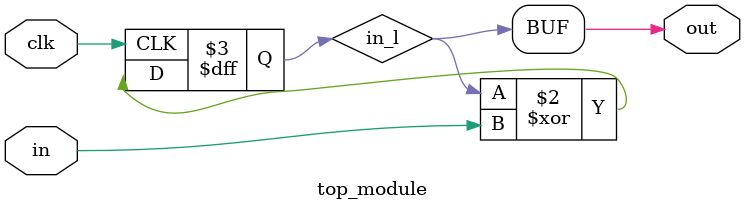
<source format=v>
module top_module (
    input  clk,
    input  in ,
    output out
);

    reg in_l;
    always @(posedge clk ) begin
        in_l <= in_l ^ in;
    end
    assign out = in_l;
endmodule

</source>
